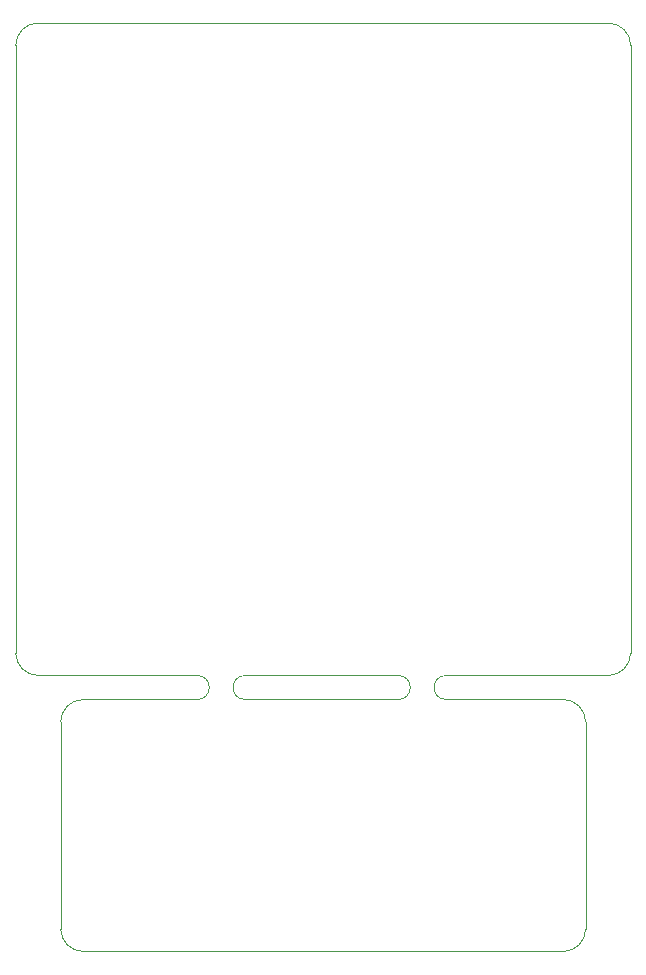
<source format=gbr>
G04 #@! TF.GenerationSoftware,KiCad,Pcbnew,(5.1.6-0-10_14)*
G04 #@! TF.CreationDate,2020-09-02T19:52:59+02:00*
G04 #@! TF.ProjectId,inglorious-bastard,696e676c-6f72-4696-9f75-732d62617374,rev?*
G04 #@! TF.SameCoordinates,Original*
G04 #@! TF.FileFunction,Profile,NP*
%FSLAX46Y46*%
G04 Gerber Fmt 4.6, Leading zero omitted, Abs format (unit mm)*
G04 Created by KiCad (PCBNEW (5.1.6-0-10_14)) date 2020-09-02 19:52:59*
%MOMM*%
%LPD*%
G01*
G04 APERTURE LIST*
G04 #@! TA.AperFunction,Profile*
%ADD10C,0.050000*%
G04 #@! TD*
G04 APERTURE END LIST*
D10*
X73787000Y-131445000D02*
G75*
G02*
X73787000Y-133477000I0J-1016000D01*
G01*
X77851000Y-133477000D02*
G75*
G02*
X77851000Y-131445000I0J1016000D01*
G01*
X90805000Y-131445000D02*
G75*
G02*
X90805000Y-133477000I0J-1016000D01*
G01*
X94869000Y-133477000D02*
G75*
G02*
X94869000Y-131445000I0J1016000D01*
G01*
X90805000Y-131445000D02*
X77851000Y-131445000D01*
X77851000Y-133477000D02*
X90805000Y-133477000D01*
X73787000Y-133477000D02*
X64135000Y-133477000D01*
X60325000Y-131445000D02*
X73787000Y-131445000D01*
X94869000Y-131445000D02*
X108585000Y-131445000D01*
X104775000Y-133477000D02*
X94869000Y-133477000D01*
X64135000Y-154813000D02*
X104775000Y-154813000D01*
X62230000Y-135382000D02*
X62230000Y-152908000D01*
X106680000Y-152908000D02*
X106680000Y-135382000D01*
X64135000Y-154813000D02*
G75*
G02*
X62230000Y-152908000I0J1905000D01*
G01*
X106680000Y-152908000D02*
G75*
G02*
X104775000Y-154813000I-1905000J0D01*
G01*
X62230000Y-135382000D02*
G75*
G02*
X64135000Y-133477000I1905000J0D01*
G01*
X104775000Y-133477000D02*
G75*
G02*
X106680000Y-135382000I0J-1905000D01*
G01*
X58420000Y-78105000D02*
X58420000Y-129540000D01*
X110490000Y-78105000D02*
X110490000Y-129540000D01*
X60325000Y-76200000D02*
X108585000Y-76200000D01*
X60325000Y-131445000D02*
G75*
G02*
X58420000Y-129540000I0J1905000D01*
G01*
X58420000Y-78105000D02*
G75*
G02*
X60325000Y-76200000I1905000J0D01*
G01*
X108585000Y-76200000D02*
G75*
G02*
X110490000Y-78105000I0J-1905000D01*
G01*
X110490000Y-129540000D02*
G75*
G02*
X108585000Y-131445000I-1905000J0D01*
G01*
M02*

</source>
